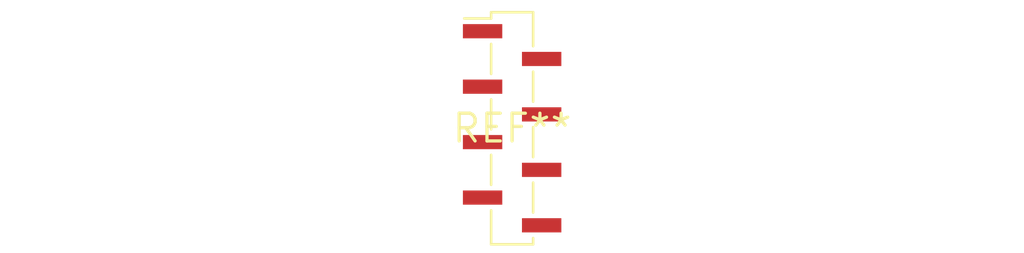
<source format=kicad_pcb>
(kicad_pcb (version 20240108) (generator pcbnew)
  (layers (0 "F.Cu" signal) (31 "B.Cu" signal) (34 "B.Paste" user) (35 "F.Paste" user) (36 "B.SilkS" user "B.Silkscreen") (37 "F.SilkS" user "F.Silkscreen") (38 "B.Mask" user) (39 "F.Mask" user) (44 "Edge.Cuts" user))
  (net 0 "")
  (footprint "PinSocket_1x08_P1.27mm_Vertical_SMD_Pin1Left" (layer "F.Cu") (at 0 0)
    (property "Reference" "REF**")
    (property "Value" "PinSocket_1x08_P1.27mm_Vertical_SMD_Pin1Left")
    (fp_line (start -2.19 -5.03) (end -0.96 -5.03) (layer "F.SilkS") (stroke (width 0.12)))
    (fp_line (start -0.96 -5.315) (end -0.96 -5.03) (layer "F.SilkS") (stroke (width 0.12)))
    (fp_line (start -0.96 -5.315) (end 0.96 -5.315) (layer "F.SilkS") (stroke (width 0.12)))
    (fp_line (start -0.96 -3.86) (end -0.96 -2.49) (layer "F.SilkS") (stroke (width 0.12)))
    (fp_line (start -0.96 -1.32) (end -0.96 0.05) (layer "F.SilkS") (stroke (width 0.12)))
    (fp_line (start -0.96 1.22) (end -0.96 2.59) (layer "F.SilkS") (stroke (width 0.12)))
    (fp_line (start -0.96 3.76) (end -0.96 5.315) (layer "F.SilkS") (stroke (width 0.12)))
    (fp_line (start -0.96 5.315) (end 0.96 5.315) (layer "F.SilkS") (stroke (width 0.12)))
    (fp_line (start 0.96 -5.315) (end 0.96 -3.76) (layer "F.SilkS") (stroke (width 0.12)))
    (fp_line (start 0.96 -2.59) (end 0.96 -1.22) (layer "F.SilkS") (stroke (width 0.12)))
    (fp_line (start 0.96 -0.05) (end 0.96 1.32) (layer "F.SilkS") (stroke (width 0.12)))
    (fp_line (start 0.96 2.49) (end 0.96 3.86) (layer "F.SilkS") (stroke (width 0.12)))
    (fp_line (start 0.96 5.03) (end 0.96 5.315) (layer "F.SilkS") (stroke (width 0.12)))
    (pad "1" smd rect (at -1.35 -4.445) (size 1.8 0.65) (layers "F.Cu" "F.Paste" "F.Mask"))
    (pad "2" smd rect (at 1.35 -3.175) (size 1.8 0.65) (layers "F.Cu" "F.Paste" "F.Mask"))
    (pad "3" smd rect (at -1.35 -1.905) (size 1.8 0.65) (layers "F.Cu" "F.Paste" "F.Mask"))
    (pad "4" smd rect (at 1.35 -0.635) (size 1.8 0.65) (layers "F.Cu" "F.Paste" "F.Mask"))
    (pad "5" smd rect (at -1.35 0.635) (size 1.8 0.65) (layers "F.Cu" "F.Paste" "F.Mask"))
    (pad "6" smd rect (at 1.35 1.905) (size 1.8 0.65) (layers "F.Cu" "F.Paste" "F.Mask"))
    (pad "7" smd rect (at -1.35 3.175) (size 1.8 0.65) (layers "F.Cu" "F.Paste" "F.Mask"))
    (pad "8" smd rect (at 1.35 4.445) (size 1.8 0.65) (layers "F.Cu" "F.Paste" "F.Mask"))
  )
)
</source>
